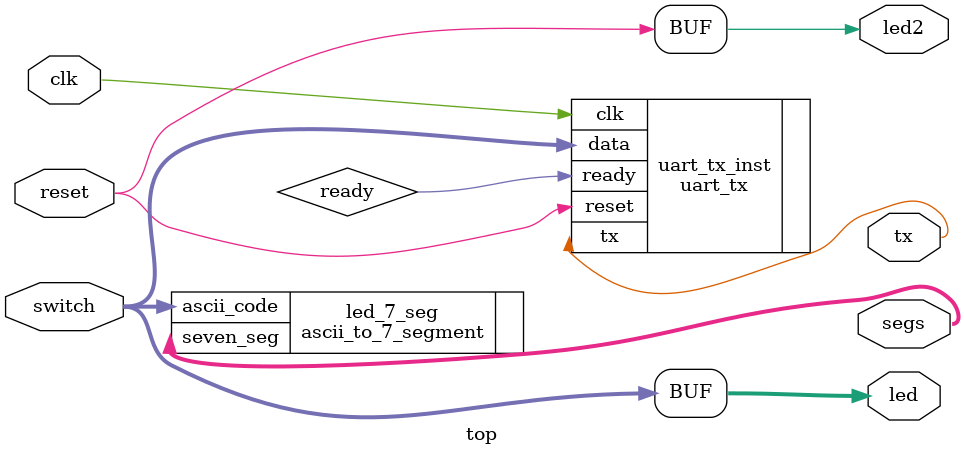
<source format=v>
module top (
    input wire clk,
    input wire reset,
    input wire [7:0] switch,
    output wire tx,
	 output [7:0] led,
	 output led2,
	 output [6:0] segs
	 
);
       wire ready;
	 
    
    uart_tx uart_tx_inst (
        .clk(clk),
        .reset(reset),
        .data(switch),
        .tx(tx),
		  .ready(ready)
		            );
	ascii_to_7_segment led_7_seg (
	.ascii_code(switch),
	.seven_seg(segs)
	
	);
	
    assign led = switch; 
	 assign led2 = reset;
	 
endmodule
</source>
